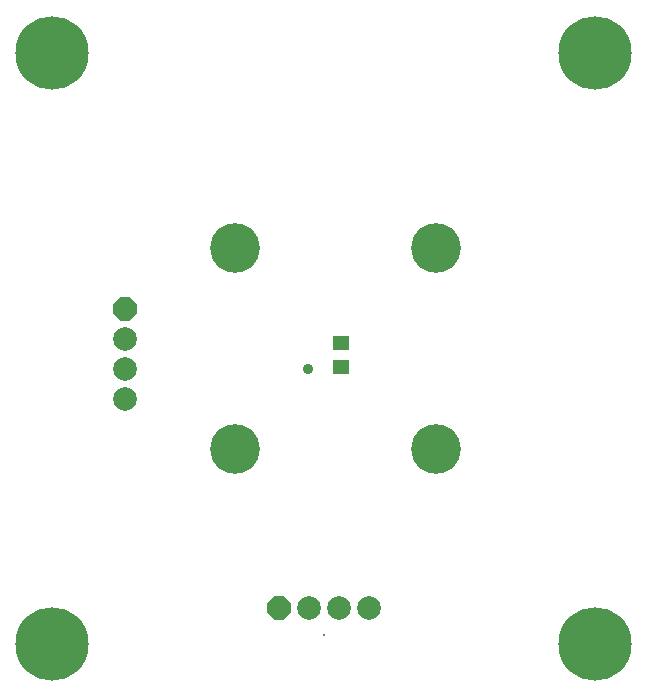
<source format=gts>
G04 Layer_Color=8388736*
%FSLAX44Y44*%
%MOMM*%
G71*
G01*
G75*
%ADD23R,1.4532X1.2032*%
%ADD24C,4.2032*%
%ADD25P,2.1683X8X292.5*%
%ADD26C,2.0032*%
%ADD27P,2.1683X8X22.5*%
G04:AMPARAMS|DCode=28|XSize=0.2032mm|YSize=0.2032mm|CornerRadius=0mm|HoleSize=0mm|Usage=FLASHONLY|Rotation=0.000|XOffset=0mm|YOffset=0mm|HoleType=Round|Shape=RoundedRectangle|*
%AMROUNDEDRECTD28*
21,1,0.2032,0.2032,0,0,0.0*
21,1,0.2032,0.2032,0,0,0.0*
1,1,0.0000,0.1016,-0.1016*
1,1,0.0000,-0.1016,-0.1016*
1,1,0.0000,-0.1016,0.1016*
1,1,0.0000,0.1016,0.1016*
%
%ADD28ROUNDEDRECTD28*%
%ADD29C,6.2032*%
%ADD30C,0.9032*%
D23*
X290050Y284360D02*
D03*
Y304360D02*
D03*
D24*
X370000Y215000D02*
D03*
Y385000D02*
D03*
X200000D02*
D03*
Y215000D02*
D03*
D25*
X107000Y333350D02*
D03*
D26*
Y307950D02*
D03*
Y282550D02*
D03*
Y257150D02*
D03*
X313100Y80000D02*
D03*
X287700D02*
D03*
X262300D02*
D03*
D27*
X236900D02*
D03*
D28*
X275000Y57200D02*
D03*
D29*
X505000Y550000D02*
D03*
X45000D02*
D03*
Y50000D02*
D03*
X505000D02*
D03*
D30*
X261500Y282500D02*
D03*
M02*

</source>
